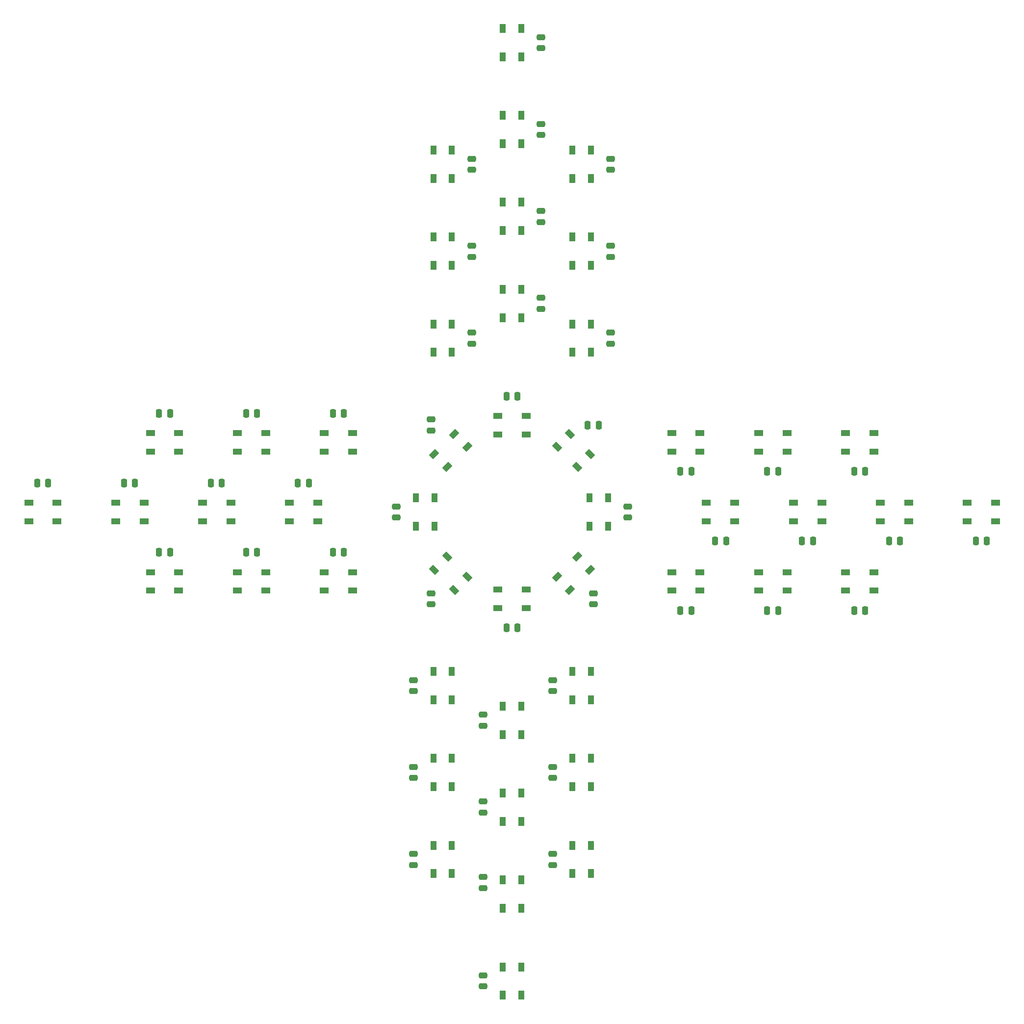
<source format=gbr>
%TF.GenerationSoftware,KiCad,Pcbnew,(6.0.5)*%
%TF.CreationDate,2022-08-25T18:23:53-06:00*%
%TF.ProjectId,Led Zia,4c656420-5a69-4612-9e6b-696361645f70,rev?*%
%TF.SameCoordinates,Original*%
%TF.FileFunction,Paste,Top*%
%TF.FilePolarity,Positive*%
%FSLAX46Y46*%
G04 Gerber Fmt 4.6, Leading zero omitted, Abs format (unit mm)*
G04 Created by KiCad (PCBNEW (6.0.5)) date 2022-08-25 18:23:53*
%MOMM*%
%LPD*%
G01*
G04 APERTURE LIST*
G04 Aperture macros list*
%AMRoundRect*
0 Rectangle with rounded corners*
0 $1 Rounding radius*
0 $2 $3 $4 $5 $6 $7 $8 $9 X,Y pos of 4 corners*
0 Add a 4 corners polygon primitive as box body*
4,1,4,$2,$3,$4,$5,$6,$7,$8,$9,$2,$3,0*
0 Add four circle primitives for the rounded corners*
1,1,$1+$1,$2,$3*
1,1,$1+$1,$4,$5*
1,1,$1+$1,$6,$7*
1,1,$1+$1,$8,$9*
0 Add four rect primitives between the rounded corners*
20,1,$1+$1,$2,$3,$4,$5,0*
20,1,$1+$1,$4,$5,$6,$7,0*
20,1,$1+$1,$6,$7,$8,$9,0*
20,1,$1+$1,$8,$9,$2,$3,0*%
%AMRotRect*
0 Rectangle, with rotation*
0 The origin of the aperture is its center*
0 $1 length*
0 $2 width*
0 $3 Rotation angle, in degrees counterclockwise*
0 Add horizontal line*
21,1,$1,$2,0,0,$3*%
G04 Aperture macros list end*
%ADD10RoundRect,0.250000X-0.250000X-0.475000X0.250000X-0.475000X0.250000X0.475000X-0.250000X0.475000X0*%
%ADD11RoundRect,0.250000X0.475000X-0.250000X0.475000X0.250000X-0.475000X0.250000X-0.475000X-0.250000X0*%
%ADD12RoundRect,0.250000X0.250000X0.475000X-0.250000X0.475000X-0.250000X-0.475000X0.250000X-0.475000X0*%
%ADD13RoundRect,0.250000X-0.475000X0.250000X-0.475000X-0.250000X0.475000X-0.250000X0.475000X0.250000X0*%
%ADD14R,1.000000X1.500000*%
%ADD15R,1.500000X1.000000*%
%ADD16RotRect,1.500000X1.000000X135.000000*%
%ADD17RotRect,1.500000X1.000000X315.000000*%
%ADD18RotRect,1.500000X1.000000X225.000000*%
%ADD19RotRect,1.500000X1.000000X45.000000*%
G04 APERTURE END LIST*
D10*
%TO.C,C9*%
X132050000Y-119000000D03*
X133950000Y-119000000D03*
%TD*%
D11*
%TO.C,C26*%
X96000000Y-72950000D03*
X96000000Y-71050000D03*
%TD*%
D12*
%TO.C,C30*%
X58950000Y-85000000D03*
X57050000Y-85000000D03*
%TD*%
D10*
%TO.C,C16*%
X132050000Y-95000000D03*
X133950000Y-95000000D03*
%TD*%
%TO.C,C18*%
X162050000Y-95000000D03*
X163950000Y-95000000D03*
%TD*%
D12*
%TO.C,C35*%
X22900000Y-97000000D03*
X21000000Y-97000000D03*
%TD*%
%TO.C,C34*%
X37900000Y-97000000D03*
X36000000Y-97000000D03*
%TD*%
%TO.C,C7*%
X117950000Y-87000000D03*
X116050000Y-87000000D03*
%TD*%
D11*
%TO.C,C20*%
X120000000Y-57950000D03*
X120000000Y-56050000D03*
%TD*%
D13*
%TO.C,C41*%
X86000000Y-161050000D03*
X86000000Y-162950000D03*
%TD*%
D11*
%TO.C,C1*%
X117000000Y-117950000D03*
X117000000Y-116050000D03*
%TD*%
D12*
%TO.C,C31*%
X43950000Y-85000000D03*
X42050000Y-85000000D03*
%TD*%
%TO.C,C33*%
X52900000Y-97000000D03*
X51000000Y-97000000D03*
%TD*%
D13*
%TO.C,C5*%
X89000000Y-86050000D03*
X89000000Y-87950000D03*
%TD*%
D10*
%TO.C,C10*%
X147050000Y-119000000D03*
X148950000Y-119000000D03*
%TD*%
D12*
%TO.C,C32*%
X67900000Y-97000000D03*
X66000000Y-97000000D03*
%TD*%
D13*
%TO.C,C42*%
X98000000Y-137000000D03*
X98000000Y-138900000D03*
%TD*%
D11*
%TO.C,C3*%
X89000000Y-117950000D03*
X89000000Y-116050000D03*
%TD*%
%TO.C,C21*%
X120000000Y-42950000D03*
X120000000Y-41050000D03*
%TD*%
D13*
%TO.C,C48*%
X110000000Y-161050000D03*
X110000000Y-162950000D03*
%TD*%
D10*
%TO.C,C11*%
X162050000Y-119000000D03*
X163950000Y-119000000D03*
%TD*%
%TO.C,C6*%
X102050000Y-82000000D03*
X103950000Y-82000000D03*
%TD*%
D12*
%TO.C,C38*%
X43950000Y-109000000D03*
X42050000Y-109000000D03*
%TD*%
%TO.C,C37*%
X58950000Y-109000000D03*
X57050000Y-109000000D03*
%TD*%
D11*
%TO.C,C22*%
X108000000Y-66950000D03*
X108000000Y-65050000D03*
%TD*%
D13*
%TO.C,C46*%
X110000000Y-131050000D03*
X110000000Y-132950000D03*
%TD*%
%TO.C,C44*%
X98000000Y-165050000D03*
X98000000Y-166950000D03*
%TD*%
D11*
%TO.C,C19*%
X120000000Y-72950000D03*
X120000000Y-71050000D03*
%TD*%
D12*
%TO.C,C29*%
X73950000Y-85000000D03*
X72050000Y-85000000D03*
%TD*%
D10*
%TO.C,C17*%
X147050000Y-95000000D03*
X148950000Y-95000000D03*
%TD*%
%TO.C,C12*%
X138050000Y-107000000D03*
X139950000Y-107000000D03*
%TD*%
D12*
%TO.C,C36*%
X73950000Y-109000000D03*
X72050000Y-109000000D03*
%TD*%
D11*
%TO.C,C4*%
X83000000Y-102950000D03*
X83000000Y-101050000D03*
%TD*%
%TO.C,C24*%
X108000000Y-36950000D03*
X108000000Y-35050000D03*
%TD*%
D13*
%TO.C,C45*%
X98000000Y-182000000D03*
X98000000Y-183900000D03*
%TD*%
D11*
%TO.C,C28*%
X96000000Y-42950000D03*
X96000000Y-41050000D03*
%TD*%
D10*
%TO.C,C15*%
X183050000Y-107000000D03*
X184950000Y-107000000D03*
%TD*%
D12*
%TO.C,C2*%
X103950000Y-122000000D03*
X102050000Y-122000000D03*
%TD*%
D13*
%TO.C,C43*%
X98000000Y-152000000D03*
X98000000Y-153900000D03*
%TD*%
D10*
%TO.C,C13*%
X153050000Y-107000000D03*
X154950000Y-107000000D03*
%TD*%
%TO.C,C14*%
X168050000Y-107000000D03*
X169950000Y-107000000D03*
%TD*%
D11*
%TO.C,C25*%
X108000000Y-21950000D03*
X108000000Y-20050000D03*
%TD*%
D13*
%TO.C,C40*%
X86000000Y-146050000D03*
X86000000Y-147950000D03*
%TD*%
D11*
%TO.C,C23*%
X108000000Y-51950000D03*
X108000000Y-50050000D03*
%TD*%
%TO.C,C27*%
X96000000Y-57950000D03*
X96000000Y-56050000D03*
%TD*%
D13*
%TO.C,C47*%
X110000000Y-146050000D03*
X110000000Y-147950000D03*
%TD*%
%TO.C,C39*%
X86000000Y-131050000D03*
X86000000Y-132950000D03*
%TD*%
%TO.C,C8*%
X123000000Y-101050000D03*
X123000000Y-102950000D03*
%TD*%
D14*
%TO.C,D46*%
X113399999Y-134450000D03*
X116599999Y-134450000D03*
X116599999Y-129550000D03*
X113399999Y-129550000D03*
%TD*%
D15*
%TO.C,D11*%
X165449999Y-115600000D03*
X165449999Y-112400000D03*
X160549999Y-112400000D03*
X160549999Y-115600000D03*
%TD*%
%TO.C,D33*%
X49549999Y-100400000D03*
X49549999Y-103600000D03*
X54449999Y-103600000D03*
X54449999Y-100400000D03*
%TD*%
%TO.C,D34*%
X34549999Y-100400000D03*
X34549999Y-103600000D03*
X39449999Y-103600000D03*
X39449999Y-100400000D03*
%TD*%
D14*
%TO.C,D45*%
X101399999Y-185450000D03*
X104599999Y-185450000D03*
X104599999Y-180550000D03*
X101399999Y-180550000D03*
%TD*%
%TO.C,D8*%
X116399999Y-104450000D03*
X119599999Y-104450000D03*
X119599999Y-99550000D03*
X116399999Y-99550000D03*
%TD*%
%TO.C,D27*%
X92599999Y-54550000D03*
X89399999Y-54550000D03*
X89399999Y-59450000D03*
X92599999Y-59450000D03*
%TD*%
%TO.C,D19*%
X116599999Y-69550000D03*
X113399999Y-69550000D03*
X113399999Y-74450000D03*
X116599999Y-74450000D03*
%TD*%
D16*
%TO.C,D7*%
X114207642Y-94257180D03*
X116470383Y-91994439D03*
X113005560Y-88529616D03*
X110742819Y-90792357D03*
%TD*%
D14*
%TO.C,D4*%
X89600000Y-99550000D03*
X86400000Y-99550000D03*
X86400000Y-104450000D03*
X89600000Y-104450000D03*
%TD*%
D17*
%TO.C,D3*%
X91792356Y-109742820D03*
X89529615Y-112005561D03*
X92994438Y-115470384D03*
X95257179Y-113207643D03*
%TD*%
D15*
%TO.C,D35*%
X19549999Y-100400000D03*
X19549999Y-103600000D03*
X24449999Y-103600000D03*
X24449999Y-100400000D03*
%TD*%
%TO.C,D38*%
X40549999Y-112400000D03*
X40549999Y-115600000D03*
X45449999Y-115600000D03*
X45449999Y-112400000D03*
%TD*%
%TO.C,D30*%
X55549999Y-88400000D03*
X55549999Y-91600000D03*
X60449999Y-91600000D03*
X60449999Y-88400000D03*
%TD*%
%TO.C,D2*%
X100550000Y-115400000D03*
X100550000Y-118600000D03*
X105450000Y-118600000D03*
X105450000Y-115400000D03*
%TD*%
D14*
%TO.C,D26*%
X92599999Y-69550000D03*
X89399999Y-69550000D03*
X89399999Y-74450000D03*
X92599999Y-74450000D03*
%TD*%
D15*
%TO.C,D12*%
X141449999Y-103600000D03*
X141449999Y-100400000D03*
X136549999Y-100400000D03*
X136549999Y-103600000D03*
%TD*%
%TO.C,D15*%
X186449999Y-103600000D03*
X186449999Y-100400000D03*
X181549999Y-100400000D03*
X181549999Y-103600000D03*
%TD*%
D18*
%TO.C,D5*%
X95257179Y-90792357D03*
X92994438Y-88529616D03*
X89529615Y-91994439D03*
X91792356Y-94257180D03*
%TD*%
D14*
%TO.C,D23*%
X104599999Y-48550000D03*
X101399999Y-48550000D03*
X101399999Y-53450000D03*
X104599999Y-53450000D03*
%TD*%
D15*
%TO.C,D10*%
X150449999Y-115600000D03*
X150449999Y-112400000D03*
X145549999Y-112400000D03*
X145549999Y-115600000D03*
%TD*%
D14*
%TO.C,D48*%
X113399999Y-164450000D03*
X116599999Y-164450000D03*
X116599999Y-159550000D03*
X113399999Y-159550000D03*
%TD*%
D15*
%TO.C,D6*%
X105450000Y-88600000D03*
X105450000Y-85400000D03*
X100550000Y-85400000D03*
X100550000Y-88600000D03*
%TD*%
D14*
%TO.C,D43*%
X101399999Y-155450000D03*
X104599999Y-155450000D03*
X104599999Y-150550000D03*
X101399999Y-150550000D03*
%TD*%
D15*
%TO.C,D32*%
X64549999Y-100400000D03*
X64549999Y-103600000D03*
X69449999Y-103600000D03*
X69449999Y-100400000D03*
%TD*%
D14*
%TO.C,D40*%
X89399999Y-149450000D03*
X92599999Y-149450000D03*
X92599999Y-144550000D03*
X89399999Y-144550000D03*
%TD*%
D15*
%TO.C,D18*%
X165449999Y-91600000D03*
X165449999Y-88400000D03*
X160549999Y-88400000D03*
X160549999Y-91600000D03*
%TD*%
%TO.C,D29*%
X70549999Y-88400000D03*
X70549999Y-91600000D03*
X75449999Y-91600000D03*
X75449999Y-88400000D03*
%TD*%
%TO.C,D37*%
X55549999Y-112400000D03*
X55549999Y-115600000D03*
X60449999Y-115600000D03*
X60449999Y-112400000D03*
%TD*%
D14*
%TO.C,D24*%
X104599999Y-33550000D03*
X101399999Y-33550000D03*
X101399999Y-38450000D03*
X104599999Y-38450000D03*
%TD*%
D15*
%TO.C,D17*%
X150449999Y-91600000D03*
X150449999Y-88400000D03*
X145549999Y-88400000D03*
X145549999Y-91600000D03*
%TD*%
D14*
%TO.C,D21*%
X116599999Y-39550000D03*
X113399999Y-39550000D03*
X113399999Y-44450000D03*
X116599999Y-44450000D03*
%TD*%
D15*
%TO.C,D36*%
X70549999Y-112400000D03*
X70549999Y-115600000D03*
X75449999Y-115600000D03*
X75449999Y-112400000D03*
%TD*%
D14*
%TO.C,D39*%
X89399999Y-134450000D03*
X92599999Y-134450000D03*
X92599999Y-129550000D03*
X89399999Y-129550000D03*
%TD*%
%TO.C,D42*%
X101399999Y-140450000D03*
X104599999Y-140450000D03*
X104599999Y-135550000D03*
X101399999Y-135550000D03*
%TD*%
%TO.C,D47*%
X113399999Y-149450000D03*
X116599999Y-149450000D03*
X116599999Y-144550000D03*
X113399999Y-144550000D03*
%TD*%
D15*
%TO.C,D9*%
X135449999Y-115600000D03*
X135449999Y-112400000D03*
X130549999Y-112400000D03*
X130549999Y-115600000D03*
%TD*%
D14*
%TO.C,D25*%
X104599999Y-18550000D03*
X101399999Y-18550000D03*
X101399999Y-23450000D03*
X104599999Y-23450000D03*
%TD*%
D15*
%TO.C,D14*%
X171449999Y-103600000D03*
X171449999Y-100400000D03*
X166549999Y-100400000D03*
X166549999Y-103600000D03*
%TD*%
D14*
%TO.C,D28*%
X92599999Y-39550000D03*
X89399999Y-39550000D03*
X89399999Y-44450000D03*
X92599999Y-44450000D03*
%TD*%
D19*
%TO.C,D1*%
X110742819Y-113207643D03*
X113005560Y-115470384D03*
X116470383Y-112005561D03*
X114207642Y-109742820D03*
%TD*%
D15*
%TO.C,D31*%
X40549999Y-88400000D03*
X40549999Y-91600000D03*
X45449999Y-91600000D03*
X45449999Y-88400000D03*
%TD*%
%TO.C,D13*%
X156449999Y-103600000D03*
X156449999Y-100400000D03*
X151549999Y-100400000D03*
X151549999Y-103600000D03*
%TD*%
D14*
%TO.C,D41*%
X89399999Y-164450000D03*
X92599999Y-164450000D03*
X92599999Y-159550000D03*
X89399999Y-159550000D03*
%TD*%
%TO.C,D44*%
X101399999Y-170450000D03*
X104599999Y-170450000D03*
X104599999Y-165550000D03*
X101399999Y-165550000D03*
%TD*%
%TO.C,D22*%
X104599999Y-63550000D03*
X101399999Y-63550000D03*
X101399999Y-68450000D03*
X104599999Y-68450000D03*
%TD*%
D15*
%TO.C,D16*%
X135449999Y-91600000D03*
X135449999Y-88400000D03*
X130549999Y-88400000D03*
X130549999Y-91600000D03*
%TD*%
D14*
%TO.C,D20*%
X116599999Y-54550000D03*
X113399999Y-54550000D03*
X113399999Y-59450000D03*
X116599999Y-59450000D03*
%TD*%
M02*

</source>
